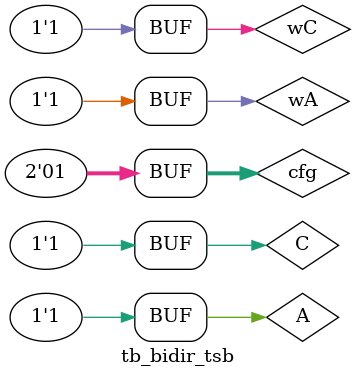
<source format=v>
module tb_bidir_tsb();
	// Test ports
	reg A, C;
	wire wA, wC;
	reg [1:0] cfg;
	wire B, D;

	assign wA = A;
	assign wC = C;

	bidir_tsb t1(cfg, wA, B);
	bidir_tsb t2(cfg, D, wC);
	initial begin
		#10 A = 1'b0; cfg = 2'b00;
		$monitor("A = %b, cfg = %b, B = %b",
				A, cfg, B);
		#10 A = 1'b0; cfg = 2'b00;
		#10 A = 1'b1; cfg = 2'b00;
		#10 A = 1'b0; cfg = 2'b10;
		#10 A = 1'b1; cfg = 2'b10;
		#10 A = 1'b0; cfg = 2'b01;
		#10 A = 1'b1; cfg = 2'b01;
		#10 C = 1'b0; cfg = 1'b0;
		$monitor("C = %b, cfg = %b, D = %b",
				C, cfg, D);
		#10 C = 1'b0; cfg = 2'b00;
		#10 C = 1'b1; cfg = 2'b00;
		#10 C = 1'b0; cfg = 2'b10;
		#10 C = 1'b1; cfg = 2'b10;
		#10 C = 1'b0; cfg = 2'b01;
		#10 C = 1'b1; cfg = 2'b01;
	end
endmodule


</source>
